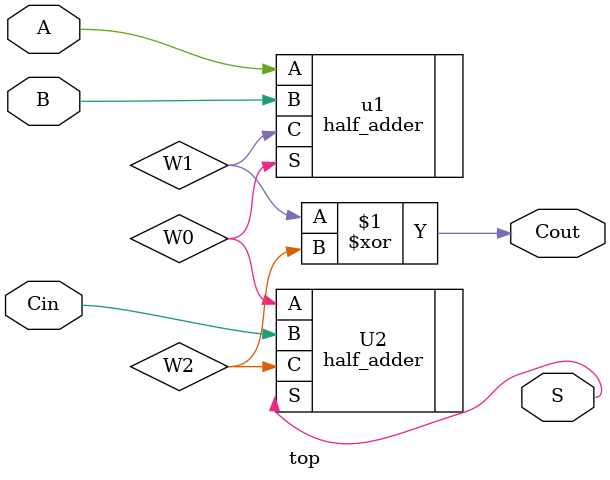
<source format=v>
`include "half_adder.v"
module top(A,B,Cin,Cout,S);

    input A,B,Cin;
    output S,Cout;

    wire W0,W1,W2;


    half_adder u1(.A(A), .B(B), .C(W1), .S(W0));
    half_adder U2(.B(Cin) , .A(W0) , .S(S) , .C(W2));
   
    assign Cout = W1 ^ W2;

endmodule

</source>
